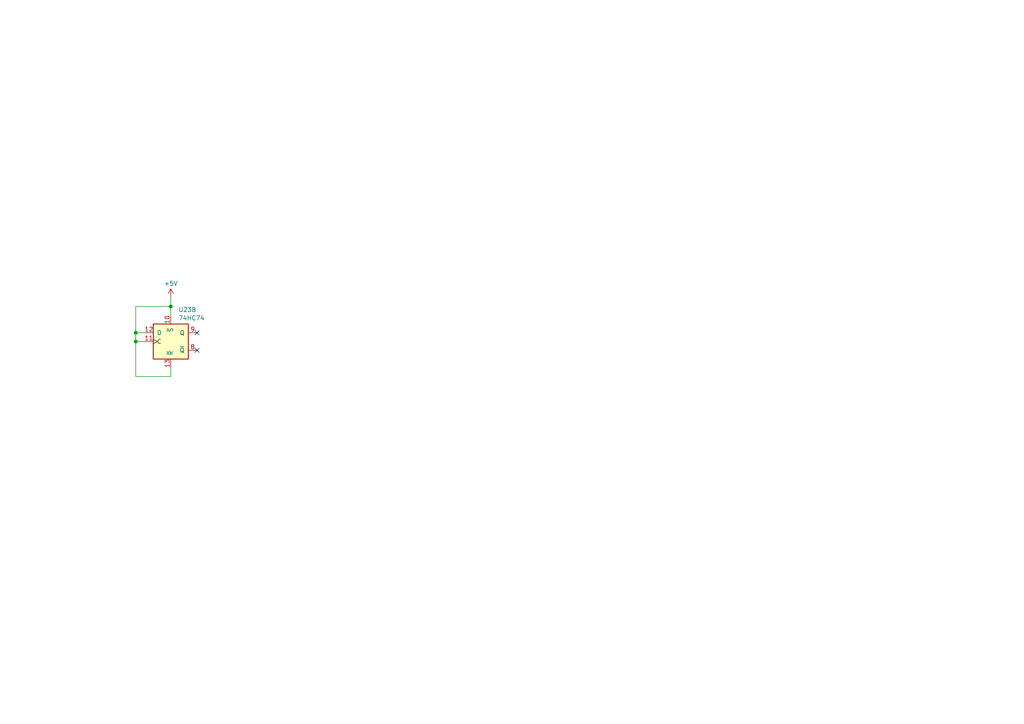
<source format=kicad_sch>
(kicad_sch (version 20231120) (generator "eeschema") (generator_version "8.0")
  (paper "A4")
  (lib_symbols
    (symbol "74xx:74HC74" (pin_names (offset 1.016))
      (property "Reference" "U" (at -7.62 8.89 0))
      (property "Value" "74HC74" (at -7.62 -8.89 0))
      (symbol "74HC74_1_0"
        (pin input line (at 0 -7.62 90) (length 2.54) (name "~{R}") (number "1"))
        (pin input line (at -7.62 2.54 0) (length 2.54) (name "D") (number "2"))
        (pin input clock (at -7.62 0 0) (length 2.54) (name "C") (number "3"))
        (pin input line (at 0 7.62 270) (length 2.54) (name "~{S}") (number "4"))
        (pin output line (at 7.62 2.54 180) (length 2.54) (name "Q") (number "5"))
        (pin output line (at 7.62 -2.54 180) (length 2.54) (name "~{Q}") (number "6"))
      )
      (symbol "74HC74_1_1"
        (rectangle (start -5.08 5.08) (end 5.08 -5.08) (stroke (width 0.254)) (fill (type background)))
      )
      (symbol "74HC74_2_0"
        (pin input line (at 0 7.62 270) (length 2.54) (name "~{S}") (number "10"))
        (pin input clock (at -7.62 0 0) (length 2.54) (name "C") (number "11"))
        (pin input line (at -7.62 2.54 0) (length 2.54) (name "D") (number "12"))
        (pin input line (at 0 -7.62 90) (length 2.54) (name "~{R}") (number "13"))
        (pin output line (at 7.62 -2.54 180) (length 2.54) (name "~{Q}") (number "8"))
        (pin output line (at 7.62 2.54 180) (length 2.54) (name "Q") (number "9"))
      )
      (symbol "74HC74_2_1"
        (rectangle (start -5.08 5.08) (end 5.08 -5.08) (stroke (width 0.254)) (fill (type background)))
      )
      (symbol "74HC74_3_0"
        (pin power_in line (at 0 10.16 270) (length 2.54) (name "VCC") (number "14"))
        (pin power_in line (at 0 -10.16 90) (length 2.54) (name "GND") (number "7"))
      )
      (symbol "74HC74_3_1"
        (rectangle (start -5.08 7.62) (end 5.08 -7.62) (stroke (width 0.254)) (fill (type background)))
      )
    )
    (symbol "power:+5V" (power) (pin_numbers hide) (pin_names (offset 0) hide)
      (property "Value" "+5V" (at 0 3.556 0))
      (symbol "+5V_0_1"
        (polyline (pts (xy -0.762 1.27) (xy 0 2.54)))
        (polyline (pts (xy 0 0) (xy 0 2.54)))
        (polyline (pts (xy 0 2.54) (xy 0.762 1.27)))
      )
      (symbol "+5V_1_1"
        (pin power_in line (at 0 0 90) (length 0) (name "~") (number "1"))
      )
    )
  )
  (junction (at 39.37 96.52))
  (junction (at 49.53 88.9))
  (junction (at 39.37 99.06))
  (no_connect (at 57.15 101.6))
  (no_connect (at 57.15 96.52))
  (wire (pts (xy 49.53 88.9) (xy 49.53 91.44)))
  (wire (pts (xy 49.53 86.36) (xy 49.53 88.9)))
  (wire (pts (xy 39.37 109.22) (xy 39.37 99.06)))
  (wire (pts (xy 49.53 88.9) (xy 39.37 88.9)))
  (wire (pts (xy 49.53 109.22) (xy 39.37 109.22)))
  (wire (pts (xy 39.37 96.52) (xy 41.91 96.52)))
  (wire (pts (xy 49.53 106.68) (xy 49.53 109.22)))
  (wire (pts (xy 39.37 99.06) (xy 41.91 99.06)))
  (wire (pts (xy 39.37 96.52) (xy 39.37 99.06)))
  (wire (pts (xy 39.37 88.9) (xy 39.37 96.52)))
  (symbol (lib_id "74xx:74HC74") (at 49.53 99.06 0) (unit 2)
    (property "Reference" "U23" (at 51.7241 89.8355 0) (effects (justify left)))
    (property "Value" "74HC74" (at 51.7241 92.2598 0) (effects (justify left)))
    (property "Footprint" "Package_DIP:DIP-14_W7.62mm_Socket" (effects (hide yes)))
    (property "Datasheet" "74xx/74hc_hct74.pdf" (effects (hide yes)))
    (property "Description" "Dual D Flip-flop, Set & Reset" (effects (hide yes)))
  )
  (symbol (lib_id "power:+5V") (at 49.53 86.36 0) (unit 1)
    (property "Reference" "#PWR0124" (effects (hide yes)))
    (property "Value" "+5V" (at 49.53 82.2269 0))
    (property "Description" "Power symbol creates a global label with name \"+5V\"" (effects (hide yes)))
  )
)
</source>
